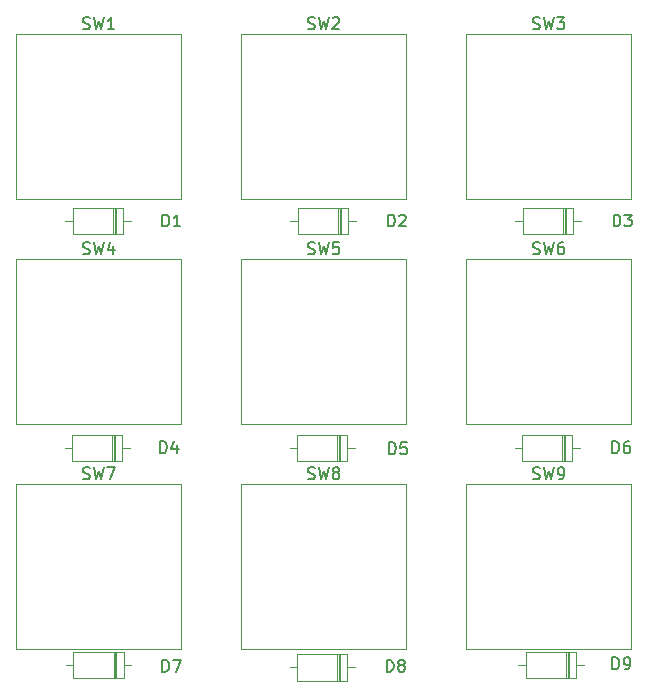
<source format=gbr>
%TF.GenerationSoftware,KiCad,Pcbnew,8.0.3*%
%TF.CreationDate,2024-08-31T16:39:55+01:00*%
%TF.ProjectId,macropad,6d616372-6f70-4616-942e-6b696361645f,rev?*%
%TF.SameCoordinates,Original*%
%TF.FileFunction,Legend,Top*%
%TF.FilePolarity,Positive*%
%FSLAX46Y46*%
G04 Gerber Fmt 4.6, Leading zero omitted, Abs format (unit mm)*
G04 Created by KiCad (PCBNEW 8.0.3) date 2024-08-31 16:39:55*
%MOMM*%
%LPD*%
G01*
G04 APERTURE LIST*
%ADD10C,0.150000*%
%ADD11C,0.120000*%
G04 APERTURE END LIST*
D10*
X65176667Y-66663200D02*
X65319524Y-66710819D01*
X65319524Y-66710819D02*
X65557619Y-66710819D01*
X65557619Y-66710819D02*
X65652857Y-66663200D01*
X65652857Y-66663200D02*
X65700476Y-66615580D01*
X65700476Y-66615580D02*
X65748095Y-66520342D01*
X65748095Y-66520342D02*
X65748095Y-66425104D01*
X65748095Y-66425104D02*
X65700476Y-66329866D01*
X65700476Y-66329866D02*
X65652857Y-66282247D01*
X65652857Y-66282247D02*
X65557619Y-66234628D01*
X65557619Y-66234628D02*
X65367143Y-66187009D01*
X65367143Y-66187009D02*
X65271905Y-66139390D01*
X65271905Y-66139390D02*
X65224286Y-66091771D01*
X65224286Y-66091771D02*
X65176667Y-65996533D01*
X65176667Y-65996533D02*
X65176667Y-65901295D01*
X65176667Y-65901295D02*
X65224286Y-65806057D01*
X65224286Y-65806057D02*
X65271905Y-65758438D01*
X65271905Y-65758438D02*
X65367143Y-65710819D01*
X65367143Y-65710819D02*
X65605238Y-65710819D01*
X65605238Y-65710819D02*
X65748095Y-65758438D01*
X66081429Y-65710819D02*
X66319524Y-66710819D01*
X66319524Y-66710819D02*
X66510000Y-65996533D01*
X66510000Y-65996533D02*
X66700476Y-66710819D01*
X66700476Y-66710819D02*
X66938572Y-65710819D01*
X67795714Y-65710819D02*
X67319524Y-65710819D01*
X67319524Y-65710819D02*
X67271905Y-66187009D01*
X67271905Y-66187009D02*
X67319524Y-66139390D01*
X67319524Y-66139390D02*
X67414762Y-66091771D01*
X67414762Y-66091771D02*
X67652857Y-66091771D01*
X67652857Y-66091771D02*
X67748095Y-66139390D01*
X67748095Y-66139390D02*
X67795714Y-66187009D01*
X67795714Y-66187009D02*
X67843333Y-66282247D01*
X67843333Y-66282247D02*
X67843333Y-66520342D01*
X67843333Y-66520342D02*
X67795714Y-66615580D01*
X67795714Y-66615580D02*
X67748095Y-66663200D01*
X67748095Y-66663200D02*
X67652857Y-66710819D01*
X67652857Y-66710819D02*
X67414762Y-66710819D01*
X67414762Y-66710819D02*
X67319524Y-66663200D01*
X67319524Y-66663200D02*
X67271905Y-66615580D01*
X91061905Y-64354819D02*
X91061905Y-63354819D01*
X91061905Y-63354819D02*
X91300000Y-63354819D01*
X91300000Y-63354819D02*
X91442857Y-63402438D01*
X91442857Y-63402438D02*
X91538095Y-63497676D01*
X91538095Y-63497676D02*
X91585714Y-63592914D01*
X91585714Y-63592914D02*
X91633333Y-63783390D01*
X91633333Y-63783390D02*
X91633333Y-63926247D01*
X91633333Y-63926247D02*
X91585714Y-64116723D01*
X91585714Y-64116723D02*
X91538095Y-64211961D01*
X91538095Y-64211961D02*
X91442857Y-64307200D01*
X91442857Y-64307200D02*
X91300000Y-64354819D01*
X91300000Y-64354819D02*
X91061905Y-64354819D01*
X91966667Y-63354819D02*
X92585714Y-63354819D01*
X92585714Y-63354819D02*
X92252381Y-63735771D01*
X92252381Y-63735771D02*
X92395238Y-63735771D01*
X92395238Y-63735771D02*
X92490476Y-63783390D01*
X92490476Y-63783390D02*
X92538095Y-63831009D01*
X92538095Y-63831009D02*
X92585714Y-63926247D01*
X92585714Y-63926247D02*
X92585714Y-64164342D01*
X92585714Y-64164342D02*
X92538095Y-64259580D01*
X92538095Y-64259580D02*
X92490476Y-64307200D01*
X92490476Y-64307200D02*
X92395238Y-64354819D01*
X92395238Y-64354819D02*
X92109524Y-64354819D01*
X92109524Y-64354819D02*
X92014286Y-64307200D01*
X92014286Y-64307200D02*
X91966667Y-64259580D01*
X65176667Y-47613200D02*
X65319524Y-47660819D01*
X65319524Y-47660819D02*
X65557619Y-47660819D01*
X65557619Y-47660819D02*
X65652857Y-47613200D01*
X65652857Y-47613200D02*
X65700476Y-47565580D01*
X65700476Y-47565580D02*
X65748095Y-47470342D01*
X65748095Y-47470342D02*
X65748095Y-47375104D01*
X65748095Y-47375104D02*
X65700476Y-47279866D01*
X65700476Y-47279866D02*
X65652857Y-47232247D01*
X65652857Y-47232247D02*
X65557619Y-47184628D01*
X65557619Y-47184628D02*
X65367143Y-47137009D01*
X65367143Y-47137009D02*
X65271905Y-47089390D01*
X65271905Y-47089390D02*
X65224286Y-47041771D01*
X65224286Y-47041771D02*
X65176667Y-46946533D01*
X65176667Y-46946533D02*
X65176667Y-46851295D01*
X65176667Y-46851295D02*
X65224286Y-46756057D01*
X65224286Y-46756057D02*
X65271905Y-46708438D01*
X65271905Y-46708438D02*
X65367143Y-46660819D01*
X65367143Y-46660819D02*
X65605238Y-46660819D01*
X65605238Y-46660819D02*
X65748095Y-46708438D01*
X66081429Y-46660819D02*
X66319524Y-47660819D01*
X66319524Y-47660819D02*
X66510000Y-46946533D01*
X66510000Y-46946533D02*
X66700476Y-47660819D01*
X66700476Y-47660819D02*
X66938572Y-46660819D01*
X67271905Y-46756057D02*
X67319524Y-46708438D01*
X67319524Y-46708438D02*
X67414762Y-46660819D01*
X67414762Y-46660819D02*
X67652857Y-46660819D01*
X67652857Y-46660819D02*
X67748095Y-46708438D01*
X67748095Y-46708438D02*
X67795714Y-46756057D01*
X67795714Y-46756057D02*
X67843333Y-46851295D01*
X67843333Y-46851295D02*
X67843333Y-46946533D01*
X67843333Y-46946533D02*
X67795714Y-47089390D01*
X67795714Y-47089390D02*
X67224286Y-47660819D01*
X67224286Y-47660819D02*
X67843333Y-47660819D01*
X52661905Y-83554819D02*
X52661905Y-82554819D01*
X52661905Y-82554819D02*
X52900000Y-82554819D01*
X52900000Y-82554819D02*
X53042857Y-82602438D01*
X53042857Y-82602438D02*
X53138095Y-82697676D01*
X53138095Y-82697676D02*
X53185714Y-82792914D01*
X53185714Y-82792914D02*
X53233333Y-82983390D01*
X53233333Y-82983390D02*
X53233333Y-83126247D01*
X53233333Y-83126247D02*
X53185714Y-83316723D01*
X53185714Y-83316723D02*
X53138095Y-83411961D01*
X53138095Y-83411961D02*
X53042857Y-83507200D01*
X53042857Y-83507200D02*
X52900000Y-83554819D01*
X52900000Y-83554819D02*
X52661905Y-83554819D01*
X54090476Y-82888152D02*
X54090476Y-83554819D01*
X53852381Y-82507200D02*
X53614286Y-83221485D01*
X53614286Y-83221485D02*
X54233333Y-83221485D01*
X84226667Y-66663200D02*
X84369524Y-66710819D01*
X84369524Y-66710819D02*
X84607619Y-66710819D01*
X84607619Y-66710819D02*
X84702857Y-66663200D01*
X84702857Y-66663200D02*
X84750476Y-66615580D01*
X84750476Y-66615580D02*
X84798095Y-66520342D01*
X84798095Y-66520342D02*
X84798095Y-66425104D01*
X84798095Y-66425104D02*
X84750476Y-66329866D01*
X84750476Y-66329866D02*
X84702857Y-66282247D01*
X84702857Y-66282247D02*
X84607619Y-66234628D01*
X84607619Y-66234628D02*
X84417143Y-66187009D01*
X84417143Y-66187009D02*
X84321905Y-66139390D01*
X84321905Y-66139390D02*
X84274286Y-66091771D01*
X84274286Y-66091771D02*
X84226667Y-65996533D01*
X84226667Y-65996533D02*
X84226667Y-65901295D01*
X84226667Y-65901295D02*
X84274286Y-65806057D01*
X84274286Y-65806057D02*
X84321905Y-65758438D01*
X84321905Y-65758438D02*
X84417143Y-65710819D01*
X84417143Y-65710819D02*
X84655238Y-65710819D01*
X84655238Y-65710819D02*
X84798095Y-65758438D01*
X85131429Y-65710819D02*
X85369524Y-66710819D01*
X85369524Y-66710819D02*
X85560000Y-65996533D01*
X85560000Y-65996533D02*
X85750476Y-66710819D01*
X85750476Y-66710819D02*
X85988572Y-65710819D01*
X86798095Y-65710819D02*
X86607619Y-65710819D01*
X86607619Y-65710819D02*
X86512381Y-65758438D01*
X86512381Y-65758438D02*
X86464762Y-65806057D01*
X86464762Y-65806057D02*
X86369524Y-65948914D01*
X86369524Y-65948914D02*
X86321905Y-66139390D01*
X86321905Y-66139390D02*
X86321905Y-66520342D01*
X86321905Y-66520342D02*
X86369524Y-66615580D01*
X86369524Y-66615580D02*
X86417143Y-66663200D01*
X86417143Y-66663200D02*
X86512381Y-66710819D01*
X86512381Y-66710819D02*
X86702857Y-66710819D01*
X86702857Y-66710819D02*
X86798095Y-66663200D01*
X86798095Y-66663200D02*
X86845714Y-66615580D01*
X86845714Y-66615580D02*
X86893333Y-66520342D01*
X86893333Y-66520342D02*
X86893333Y-66282247D01*
X86893333Y-66282247D02*
X86845714Y-66187009D01*
X86845714Y-66187009D02*
X86798095Y-66139390D01*
X86798095Y-66139390D02*
X86702857Y-66091771D01*
X86702857Y-66091771D02*
X86512381Y-66091771D01*
X86512381Y-66091771D02*
X86417143Y-66139390D01*
X86417143Y-66139390D02*
X86369524Y-66187009D01*
X86369524Y-66187009D02*
X86321905Y-66282247D01*
X65176667Y-85713200D02*
X65319524Y-85760819D01*
X65319524Y-85760819D02*
X65557619Y-85760819D01*
X65557619Y-85760819D02*
X65652857Y-85713200D01*
X65652857Y-85713200D02*
X65700476Y-85665580D01*
X65700476Y-85665580D02*
X65748095Y-85570342D01*
X65748095Y-85570342D02*
X65748095Y-85475104D01*
X65748095Y-85475104D02*
X65700476Y-85379866D01*
X65700476Y-85379866D02*
X65652857Y-85332247D01*
X65652857Y-85332247D02*
X65557619Y-85284628D01*
X65557619Y-85284628D02*
X65367143Y-85237009D01*
X65367143Y-85237009D02*
X65271905Y-85189390D01*
X65271905Y-85189390D02*
X65224286Y-85141771D01*
X65224286Y-85141771D02*
X65176667Y-85046533D01*
X65176667Y-85046533D02*
X65176667Y-84951295D01*
X65176667Y-84951295D02*
X65224286Y-84856057D01*
X65224286Y-84856057D02*
X65271905Y-84808438D01*
X65271905Y-84808438D02*
X65367143Y-84760819D01*
X65367143Y-84760819D02*
X65605238Y-84760819D01*
X65605238Y-84760819D02*
X65748095Y-84808438D01*
X66081429Y-84760819D02*
X66319524Y-85760819D01*
X66319524Y-85760819D02*
X66510000Y-85046533D01*
X66510000Y-85046533D02*
X66700476Y-85760819D01*
X66700476Y-85760819D02*
X66938572Y-84760819D01*
X67462381Y-85189390D02*
X67367143Y-85141771D01*
X67367143Y-85141771D02*
X67319524Y-85094152D01*
X67319524Y-85094152D02*
X67271905Y-84998914D01*
X67271905Y-84998914D02*
X67271905Y-84951295D01*
X67271905Y-84951295D02*
X67319524Y-84856057D01*
X67319524Y-84856057D02*
X67367143Y-84808438D01*
X67367143Y-84808438D02*
X67462381Y-84760819D01*
X67462381Y-84760819D02*
X67652857Y-84760819D01*
X67652857Y-84760819D02*
X67748095Y-84808438D01*
X67748095Y-84808438D02*
X67795714Y-84856057D01*
X67795714Y-84856057D02*
X67843333Y-84951295D01*
X67843333Y-84951295D02*
X67843333Y-84998914D01*
X67843333Y-84998914D02*
X67795714Y-85094152D01*
X67795714Y-85094152D02*
X67748095Y-85141771D01*
X67748095Y-85141771D02*
X67652857Y-85189390D01*
X67652857Y-85189390D02*
X67462381Y-85189390D01*
X67462381Y-85189390D02*
X67367143Y-85237009D01*
X67367143Y-85237009D02*
X67319524Y-85284628D01*
X67319524Y-85284628D02*
X67271905Y-85379866D01*
X67271905Y-85379866D02*
X67271905Y-85570342D01*
X67271905Y-85570342D02*
X67319524Y-85665580D01*
X67319524Y-85665580D02*
X67367143Y-85713200D01*
X67367143Y-85713200D02*
X67462381Y-85760819D01*
X67462381Y-85760819D02*
X67652857Y-85760819D01*
X67652857Y-85760819D02*
X67748095Y-85713200D01*
X67748095Y-85713200D02*
X67795714Y-85665580D01*
X67795714Y-85665580D02*
X67843333Y-85570342D01*
X67843333Y-85570342D02*
X67843333Y-85379866D01*
X67843333Y-85379866D02*
X67795714Y-85284628D01*
X67795714Y-85284628D02*
X67748095Y-85237009D01*
X67748095Y-85237009D02*
X67652857Y-85189390D01*
X84226667Y-85713200D02*
X84369524Y-85760819D01*
X84369524Y-85760819D02*
X84607619Y-85760819D01*
X84607619Y-85760819D02*
X84702857Y-85713200D01*
X84702857Y-85713200D02*
X84750476Y-85665580D01*
X84750476Y-85665580D02*
X84798095Y-85570342D01*
X84798095Y-85570342D02*
X84798095Y-85475104D01*
X84798095Y-85475104D02*
X84750476Y-85379866D01*
X84750476Y-85379866D02*
X84702857Y-85332247D01*
X84702857Y-85332247D02*
X84607619Y-85284628D01*
X84607619Y-85284628D02*
X84417143Y-85237009D01*
X84417143Y-85237009D02*
X84321905Y-85189390D01*
X84321905Y-85189390D02*
X84274286Y-85141771D01*
X84274286Y-85141771D02*
X84226667Y-85046533D01*
X84226667Y-85046533D02*
X84226667Y-84951295D01*
X84226667Y-84951295D02*
X84274286Y-84856057D01*
X84274286Y-84856057D02*
X84321905Y-84808438D01*
X84321905Y-84808438D02*
X84417143Y-84760819D01*
X84417143Y-84760819D02*
X84655238Y-84760819D01*
X84655238Y-84760819D02*
X84798095Y-84808438D01*
X85131429Y-84760819D02*
X85369524Y-85760819D01*
X85369524Y-85760819D02*
X85560000Y-85046533D01*
X85560000Y-85046533D02*
X85750476Y-85760819D01*
X85750476Y-85760819D02*
X85988572Y-84760819D01*
X86417143Y-85760819D02*
X86607619Y-85760819D01*
X86607619Y-85760819D02*
X86702857Y-85713200D01*
X86702857Y-85713200D02*
X86750476Y-85665580D01*
X86750476Y-85665580D02*
X86845714Y-85522723D01*
X86845714Y-85522723D02*
X86893333Y-85332247D01*
X86893333Y-85332247D02*
X86893333Y-84951295D01*
X86893333Y-84951295D02*
X86845714Y-84856057D01*
X86845714Y-84856057D02*
X86798095Y-84808438D01*
X86798095Y-84808438D02*
X86702857Y-84760819D01*
X86702857Y-84760819D02*
X86512381Y-84760819D01*
X86512381Y-84760819D02*
X86417143Y-84808438D01*
X86417143Y-84808438D02*
X86369524Y-84856057D01*
X86369524Y-84856057D02*
X86321905Y-84951295D01*
X86321905Y-84951295D02*
X86321905Y-85189390D01*
X86321905Y-85189390D02*
X86369524Y-85284628D01*
X86369524Y-85284628D02*
X86417143Y-85332247D01*
X86417143Y-85332247D02*
X86512381Y-85379866D01*
X86512381Y-85379866D02*
X86702857Y-85379866D01*
X86702857Y-85379866D02*
X86798095Y-85332247D01*
X86798095Y-85332247D02*
X86845714Y-85284628D01*
X86845714Y-85284628D02*
X86893333Y-85189390D01*
X46126667Y-85713200D02*
X46269524Y-85760819D01*
X46269524Y-85760819D02*
X46507619Y-85760819D01*
X46507619Y-85760819D02*
X46602857Y-85713200D01*
X46602857Y-85713200D02*
X46650476Y-85665580D01*
X46650476Y-85665580D02*
X46698095Y-85570342D01*
X46698095Y-85570342D02*
X46698095Y-85475104D01*
X46698095Y-85475104D02*
X46650476Y-85379866D01*
X46650476Y-85379866D02*
X46602857Y-85332247D01*
X46602857Y-85332247D02*
X46507619Y-85284628D01*
X46507619Y-85284628D02*
X46317143Y-85237009D01*
X46317143Y-85237009D02*
X46221905Y-85189390D01*
X46221905Y-85189390D02*
X46174286Y-85141771D01*
X46174286Y-85141771D02*
X46126667Y-85046533D01*
X46126667Y-85046533D02*
X46126667Y-84951295D01*
X46126667Y-84951295D02*
X46174286Y-84856057D01*
X46174286Y-84856057D02*
X46221905Y-84808438D01*
X46221905Y-84808438D02*
X46317143Y-84760819D01*
X46317143Y-84760819D02*
X46555238Y-84760819D01*
X46555238Y-84760819D02*
X46698095Y-84808438D01*
X47031429Y-84760819D02*
X47269524Y-85760819D01*
X47269524Y-85760819D02*
X47460000Y-85046533D01*
X47460000Y-85046533D02*
X47650476Y-85760819D01*
X47650476Y-85760819D02*
X47888572Y-84760819D01*
X48174286Y-84760819D02*
X48840952Y-84760819D01*
X48840952Y-84760819D02*
X48412381Y-85760819D01*
X52861905Y-102054819D02*
X52861905Y-101054819D01*
X52861905Y-101054819D02*
X53100000Y-101054819D01*
X53100000Y-101054819D02*
X53242857Y-101102438D01*
X53242857Y-101102438D02*
X53338095Y-101197676D01*
X53338095Y-101197676D02*
X53385714Y-101292914D01*
X53385714Y-101292914D02*
X53433333Y-101483390D01*
X53433333Y-101483390D02*
X53433333Y-101626247D01*
X53433333Y-101626247D02*
X53385714Y-101816723D01*
X53385714Y-101816723D02*
X53338095Y-101911961D01*
X53338095Y-101911961D02*
X53242857Y-102007200D01*
X53242857Y-102007200D02*
X53100000Y-102054819D01*
X53100000Y-102054819D02*
X52861905Y-102054819D01*
X53766667Y-101054819D02*
X54433333Y-101054819D01*
X54433333Y-101054819D02*
X54004762Y-102054819D01*
X90961905Y-83554819D02*
X90961905Y-82554819D01*
X90961905Y-82554819D02*
X91200000Y-82554819D01*
X91200000Y-82554819D02*
X91342857Y-82602438D01*
X91342857Y-82602438D02*
X91438095Y-82697676D01*
X91438095Y-82697676D02*
X91485714Y-82792914D01*
X91485714Y-82792914D02*
X91533333Y-82983390D01*
X91533333Y-82983390D02*
X91533333Y-83126247D01*
X91533333Y-83126247D02*
X91485714Y-83316723D01*
X91485714Y-83316723D02*
X91438095Y-83411961D01*
X91438095Y-83411961D02*
X91342857Y-83507200D01*
X91342857Y-83507200D02*
X91200000Y-83554819D01*
X91200000Y-83554819D02*
X90961905Y-83554819D01*
X92390476Y-82554819D02*
X92200000Y-82554819D01*
X92200000Y-82554819D02*
X92104762Y-82602438D01*
X92104762Y-82602438D02*
X92057143Y-82650057D01*
X92057143Y-82650057D02*
X91961905Y-82792914D01*
X91961905Y-82792914D02*
X91914286Y-82983390D01*
X91914286Y-82983390D02*
X91914286Y-83364342D01*
X91914286Y-83364342D02*
X91961905Y-83459580D01*
X91961905Y-83459580D02*
X92009524Y-83507200D01*
X92009524Y-83507200D02*
X92104762Y-83554819D01*
X92104762Y-83554819D02*
X92295238Y-83554819D01*
X92295238Y-83554819D02*
X92390476Y-83507200D01*
X92390476Y-83507200D02*
X92438095Y-83459580D01*
X92438095Y-83459580D02*
X92485714Y-83364342D01*
X92485714Y-83364342D02*
X92485714Y-83126247D01*
X92485714Y-83126247D02*
X92438095Y-83031009D01*
X92438095Y-83031009D02*
X92390476Y-82983390D01*
X92390476Y-82983390D02*
X92295238Y-82935771D01*
X92295238Y-82935771D02*
X92104762Y-82935771D01*
X92104762Y-82935771D02*
X92009524Y-82983390D01*
X92009524Y-82983390D02*
X91961905Y-83031009D01*
X91961905Y-83031009D02*
X91914286Y-83126247D01*
X71961905Y-64354819D02*
X71961905Y-63354819D01*
X71961905Y-63354819D02*
X72200000Y-63354819D01*
X72200000Y-63354819D02*
X72342857Y-63402438D01*
X72342857Y-63402438D02*
X72438095Y-63497676D01*
X72438095Y-63497676D02*
X72485714Y-63592914D01*
X72485714Y-63592914D02*
X72533333Y-63783390D01*
X72533333Y-63783390D02*
X72533333Y-63926247D01*
X72533333Y-63926247D02*
X72485714Y-64116723D01*
X72485714Y-64116723D02*
X72438095Y-64211961D01*
X72438095Y-64211961D02*
X72342857Y-64307200D01*
X72342857Y-64307200D02*
X72200000Y-64354819D01*
X72200000Y-64354819D02*
X71961905Y-64354819D01*
X72914286Y-63450057D02*
X72961905Y-63402438D01*
X72961905Y-63402438D02*
X73057143Y-63354819D01*
X73057143Y-63354819D02*
X73295238Y-63354819D01*
X73295238Y-63354819D02*
X73390476Y-63402438D01*
X73390476Y-63402438D02*
X73438095Y-63450057D01*
X73438095Y-63450057D02*
X73485714Y-63545295D01*
X73485714Y-63545295D02*
X73485714Y-63640533D01*
X73485714Y-63640533D02*
X73438095Y-63783390D01*
X73438095Y-63783390D02*
X72866667Y-64354819D01*
X72866667Y-64354819D02*
X73485714Y-64354819D01*
X90961905Y-101854819D02*
X90961905Y-100854819D01*
X90961905Y-100854819D02*
X91200000Y-100854819D01*
X91200000Y-100854819D02*
X91342857Y-100902438D01*
X91342857Y-100902438D02*
X91438095Y-100997676D01*
X91438095Y-100997676D02*
X91485714Y-101092914D01*
X91485714Y-101092914D02*
X91533333Y-101283390D01*
X91533333Y-101283390D02*
X91533333Y-101426247D01*
X91533333Y-101426247D02*
X91485714Y-101616723D01*
X91485714Y-101616723D02*
X91438095Y-101711961D01*
X91438095Y-101711961D02*
X91342857Y-101807200D01*
X91342857Y-101807200D02*
X91200000Y-101854819D01*
X91200000Y-101854819D02*
X90961905Y-101854819D01*
X92009524Y-101854819D02*
X92200000Y-101854819D01*
X92200000Y-101854819D02*
X92295238Y-101807200D01*
X92295238Y-101807200D02*
X92342857Y-101759580D01*
X92342857Y-101759580D02*
X92438095Y-101616723D01*
X92438095Y-101616723D02*
X92485714Y-101426247D01*
X92485714Y-101426247D02*
X92485714Y-101045295D01*
X92485714Y-101045295D02*
X92438095Y-100950057D01*
X92438095Y-100950057D02*
X92390476Y-100902438D01*
X92390476Y-100902438D02*
X92295238Y-100854819D01*
X92295238Y-100854819D02*
X92104762Y-100854819D01*
X92104762Y-100854819D02*
X92009524Y-100902438D01*
X92009524Y-100902438D02*
X91961905Y-100950057D01*
X91961905Y-100950057D02*
X91914286Y-101045295D01*
X91914286Y-101045295D02*
X91914286Y-101283390D01*
X91914286Y-101283390D02*
X91961905Y-101378628D01*
X91961905Y-101378628D02*
X92009524Y-101426247D01*
X92009524Y-101426247D02*
X92104762Y-101473866D01*
X92104762Y-101473866D02*
X92295238Y-101473866D01*
X92295238Y-101473866D02*
X92390476Y-101426247D01*
X92390476Y-101426247D02*
X92438095Y-101378628D01*
X92438095Y-101378628D02*
X92485714Y-101283390D01*
X46126667Y-47613200D02*
X46269524Y-47660819D01*
X46269524Y-47660819D02*
X46507619Y-47660819D01*
X46507619Y-47660819D02*
X46602857Y-47613200D01*
X46602857Y-47613200D02*
X46650476Y-47565580D01*
X46650476Y-47565580D02*
X46698095Y-47470342D01*
X46698095Y-47470342D02*
X46698095Y-47375104D01*
X46698095Y-47375104D02*
X46650476Y-47279866D01*
X46650476Y-47279866D02*
X46602857Y-47232247D01*
X46602857Y-47232247D02*
X46507619Y-47184628D01*
X46507619Y-47184628D02*
X46317143Y-47137009D01*
X46317143Y-47137009D02*
X46221905Y-47089390D01*
X46221905Y-47089390D02*
X46174286Y-47041771D01*
X46174286Y-47041771D02*
X46126667Y-46946533D01*
X46126667Y-46946533D02*
X46126667Y-46851295D01*
X46126667Y-46851295D02*
X46174286Y-46756057D01*
X46174286Y-46756057D02*
X46221905Y-46708438D01*
X46221905Y-46708438D02*
X46317143Y-46660819D01*
X46317143Y-46660819D02*
X46555238Y-46660819D01*
X46555238Y-46660819D02*
X46698095Y-46708438D01*
X47031429Y-46660819D02*
X47269524Y-47660819D01*
X47269524Y-47660819D02*
X47460000Y-46946533D01*
X47460000Y-46946533D02*
X47650476Y-47660819D01*
X47650476Y-47660819D02*
X47888572Y-46660819D01*
X48793333Y-47660819D02*
X48221905Y-47660819D01*
X48507619Y-47660819D02*
X48507619Y-46660819D01*
X48507619Y-46660819D02*
X48412381Y-46803676D01*
X48412381Y-46803676D02*
X48317143Y-46898914D01*
X48317143Y-46898914D02*
X48221905Y-46946533D01*
X46126667Y-66663200D02*
X46269524Y-66710819D01*
X46269524Y-66710819D02*
X46507619Y-66710819D01*
X46507619Y-66710819D02*
X46602857Y-66663200D01*
X46602857Y-66663200D02*
X46650476Y-66615580D01*
X46650476Y-66615580D02*
X46698095Y-66520342D01*
X46698095Y-66520342D02*
X46698095Y-66425104D01*
X46698095Y-66425104D02*
X46650476Y-66329866D01*
X46650476Y-66329866D02*
X46602857Y-66282247D01*
X46602857Y-66282247D02*
X46507619Y-66234628D01*
X46507619Y-66234628D02*
X46317143Y-66187009D01*
X46317143Y-66187009D02*
X46221905Y-66139390D01*
X46221905Y-66139390D02*
X46174286Y-66091771D01*
X46174286Y-66091771D02*
X46126667Y-65996533D01*
X46126667Y-65996533D02*
X46126667Y-65901295D01*
X46126667Y-65901295D02*
X46174286Y-65806057D01*
X46174286Y-65806057D02*
X46221905Y-65758438D01*
X46221905Y-65758438D02*
X46317143Y-65710819D01*
X46317143Y-65710819D02*
X46555238Y-65710819D01*
X46555238Y-65710819D02*
X46698095Y-65758438D01*
X47031429Y-65710819D02*
X47269524Y-66710819D01*
X47269524Y-66710819D02*
X47460000Y-65996533D01*
X47460000Y-65996533D02*
X47650476Y-66710819D01*
X47650476Y-66710819D02*
X47888572Y-65710819D01*
X48698095Y-66044152D02*
X48698095Y-66710819D01*
X48460000Y-65663200D02*
X48221905Y-66377485D01*
X48221905Y-66377485D02*
X48840952Y-66377485D01*
X72061905Y-83654819D02*
X72061905Y-82654819D01*
X72061905Y-82654819D02*
X72300000Y-82654819D01*
X72300000Y-82654819D02*
X72442857Y-82702438D01*
X72442857Y-82702438D02*
X72538095Y-82797676D01*
X72538095Y-82797676D02*
X72585714Y-82892914D01*
X72585714Y-82892914D02*
X72633333Y-83083390D01*
X72633333Y-83083390D02*
X72633333Y-83226247D01*
X72633333Y-83226247D02*
X72585714Y-83416723D01*
X72585714Y-83416723D02*
X72538095Y-83511961D01*
X72538095Y-83511961D02*
X72442857Y-83607200D01*
X72442857Y-83607200D02*
X72300000Y-83654819D01*
X72300000Y-83654819D02*
X72061905Y-83654819D01*
X73538095Y-82654819D02*
X73061905Y-82654819D01*
X73061905Y-82654819D02*
X73014286Y-83131009D01*
X73014286Y-83131009D02*
X73061905Y-83083390D01*
X73061905Y-83083390D02*
X73157143Y-83035771D01*
X73157143Y-83035771D02*
X73395238Y-83035771D01*
X73395238Y-83035771D02*
X73490476Y-83083390D01*
X73490476Y-83083390D02*
X73538095Y-83131009D01*
X73538095Y-83131009D02*
X73585714Y-83226247D01*
X73585714Y-83226247D02*
X73585714Y-83464342D01*
X73585714Y-83464342D02*
X73538095Y-83559580D01*
X73538095Y-83559580D02*
X73490476Y-83607200D01*
X73490476Y-83607200D02*
X73395238Y-83654819D01*
X73395238Y-83654819D02*
X73157143Y-83654819D01*
X73157143Y-83654819D02*
X73061905Y-83607200D01*
X73061905Y-83607200D02*
X73014286Y-83559580D01*
X71861905Y-102054819D02*
X71861905Y-101054819D01*
X71861905Y-101054819D02*
X72100000Y-101054819D01*
X72100000Y-101054819D02*
X72242857Y-101102438D01*
X72242857Y-101102438D02*
X72338095Y-101197676D01*
X72338095Y-101197676D02*
X72385714Y-101292914D01*
X72385714Y-101292914D02*
X72433333Y-101483390D01*
X72433333Y-101483390D02*
X72433333Y-101626247D01*
X72433333Y-101626247D02*
X72385714Y-101816723D01*
X72385714Y-101816723D02*
X72338095Y-101911961D01*
X72338095Y-101911961D02*
X72242857Y-102007200D01*
X72242857Y-102007200D02*
X72100000Y-102054819D01*
X72100000Y-102054819D02*
X71861905Y-102054819D01*
X73004762Y-101483390D02*
X72909524Y-101435771D01*
X72909524Y-101435771D02*
X72861905Y-101388152D01*
X72861905Y-101388152D02*
X72814286Y-101292914D01*
X72814286Y-101292914D02*
X72814286Y-101245295D01*
X72814286Y-101245295D02*
X72861905Y-101150057D01*
X72861905Y-101150057D02*
X72909524Y-101102438D01*
X72909524Y-101102438D02*
X73004762Y-101054819D01*
X73004762Y-101054819D02*
X73195238Y-101054819D01*
X73195238Y-101054819D02*
X73290476Y-101102438D01*
X73290476Y-101102438D02*
X73338095Y-101150057D01*
X73338095Y-101150057D02*
X73385714Y-101245295D01*
X73385714Y-101245295D02*
X73385714Y-101292914D01*
X73385714Y-101292914D02*
X73338095Y-101388152D01*
X73338095Y-101388152D02*
X73290476Y-101435771D01*
X73290476Y-101435771D02*
X73195238Y-101483390D01*
X73195238Y-101483390D02*
X73004762Y-101483390D01*
X73004762Y-101483390D02*
X72909524Y-101531009D01*
X72909524Y-101531009D02*
X72861905Y-101578628D01*
X72861905Y-101578628D02*
X72814286Y-101673866D01*
X72814286Y-101673866D02*
X72814286Y-101864342D01*
X72814286Y-101864342D02*
X72861905Y-101959580D01*
X72861905Y-101959580D02*
X72909524Y-102007200D01*
X72909524Y-102007200D02*
X73004762Y-102054819D01*
X73004762Y-102054819D02*
X73195238Y-102054819D01*
X73195238Y-102054819D02*
X73290476Y-102007200D01*
X73290476Y-102007200D02*
X73338095Y-101959580D01*
X73338095Y-101959580D02*
X73385714Y-101864342D01*
X73385714Y-101864342D02*
X73385714Y-101673866D01*
X73385714Y-101673866D02*
X73338095Y-101578628D01*
X73338095Y-101578628D02*
X73290476Y-101531009D01*
X73290476Y-101531009D02*
X73195238Y-101483390D01*
X84226667Y-47613200D02*
X84369524Y-47660819D01*
X84369524Y-47660819D02*
X84607619Y-47660819D01*
X84607619Y-47660819D02*
X84702857Y-47613200D01*
X84702857Y-47613200D02*
X84750476Y-47565580D01*
X84750476Y-47565580D02*
X84798095Y-47470342D01*
X84798095Y-47470342D02*
X84798095Y-47375104D01*
X84798095Y-47375104D02*
X84750476Y-47279866D01*
X84750476Y-47279866D02*
X84702857Y-47232247D01*
X84702857Y-47232247D02*
X84607619Y-47184628D01*
X84607619Y-47184628D02*
X84417143Y-47137009D01*
X84417143Y-47137009D02*
X84321905Y-47089390D01*
X84321905Y-47089390D02*
X84274286Y-47041771D01*
X84274286Y-47041771D02*
X84226667Y-46946533D01*
X84226667Y-46946533D02*
X84226667Y-46851295D01*
X84226667Y-46851295D02*
X84274286Y-46756057D01*
X84274286Y-46756057D02*
X84321905Y-46708438D01*
X84321905Y-46708438D02*
X84417143Y-46660819D01*
X84417143Y-46660819D02*
X84655238Y-46660819D01*
X84655238Y-46660819D02*
X84798095Y-46708438D01*
X85131429Y-46660819D02*
X85369524Y-47660819D01*
X85369524Y-47660819D02*
X85560000Y-46946533D01*
X85560000Y-46946533D02*
X85750476Y-47660819D01*
X85750476Y-47660819D02*
X85988572Y-46660819D01*
X86274286Y-46660819D02*
X86893333Y-46660819D01*
X86893333Y-46660819D02*
X86560000Y-47041771D01*
X86560000Y-47041771D02*
X86702857Y-47041771D01*
X86702857Y-47041771D02*
X86798095Y-47089390D01*
X86798095Y-47089390D02*
X86845714Y-47137009D01*
X86845714Y-47137009D02*
X86893333Y-47232247D01*
X86893333Y-47232247D02*
X86893333Y-47470342D01*
X86893333Y-47470342D02*
X86845714Y-47565580D01*
X86845714Y-47565580D02*
X86798095Y-47613200D01*
X86798095Y-47613200D02*
X86702857Y-47660819D01*
X86702857Y-47660819D02*
X86417143Y-47660819D01*
X86417143Y-47660819D02*
X86321905Y-47613200D01*
X86321905Y-47613200D02*
X86274286Y-47565580D01*
X52861905Y-64354819D02*
X52861905Y-63354819D01*
X52861905Y-63354819D02*
X53100000Y-63354819D01*
X53100000Y-63354819D02*
X53242857Y-63402438D01*
X53242857Y-63402438D02*
X53338095Y-63497676D01*
X53338095Y-63497676D02*
X53385714Y-63592914D01*
X53385714Y-63592914D02*
X53433333Y-63783390D01*
X53433333Y-63783390D02*
X53433333Y-63926247D01*
X53433333Y-63926247D02*
X53385714Y-64116723D01*
X53385714Y-64116723D02*
X53338095Y-64211961D01*
X53338095Y-64211961D02*
X53242857Y-64307200D01*
X53242857Y-64307200D02*
X53100000Y-64354819D01*
X53100000Y-64354819D02*
X52861905Y-64354819D01*
X54385714Y-64354819D02*
X53814286Y-64354819D01*
X54100000Y-64354819D02*
X54100000Y-63354819D01*
X54100000Y-63354819D02*
X54004762Y-63497676D01*
X54004762Y-63497676D02*
X53909524Y-63592914D01*
X53909524Y-63592914D02*
X53814286Y-63640533D01*
D11*
%TO.C,SW5*%
X59525000Y-67145000D02*
X73495000Y-67145000D01*
X59525000Y-81115000D02*
X59525000Y-67145000D01*
X73495000Y-67145000D02*
X73495000Y-81115000D01*
X73495000Y-81115000D02*
X59525000Y-81115000D01*
%TO.C,D3*%
X82740000Y-63900000D02*
X83390000Y-63900000D01*
X83390000Y-62780000D02*
X83390000Y-65020000D01*
X83390000Y-65020000D02*
X87630000Y-65020000D01*
X86790000Y-65020000D02*
X86790000Y-62780000D01*
X86910000Y-65020000D02*
X86910000Y-62780000D01*
X87030000Y-65020000D02*
X87030000Y-62780000D01*
X87630000Y-62780000D02*
X83390000Y-62780000D01*
X87630000Y-65020000D02*
X87630000Y-62780000D01*
X88280000Y-63900000D02*
X87630000Y-63900000D01*
%TO.C,SW2*%
X59525000Y-48095000D02*
X73495000Y-48095000D01*
X59525000Y-62065000D02*
X59525000Y-48095000D01*
X73495000Y-48095000D02*
X73495000Y-62065000D01*
X73495000Y-62065000D02*
X59525000Y-62065000D01*
%TO.C,D4*%
X44580000Y-83100000D02*
X45230000Y-83100000D01*
X45230000Y-81980000D02*
X45230000Y-84220000D01*
X45230000Y-84220000D02*
X49470000Y-84220000D01*
X48630000Y-84220000D02*
X48630000Y-81980000D01*
X48750000Y-84220000D02*
X48750000Y-81980000D01*
X48870000Y-84220000D02*
X48870000Y-81980000D01*
X49470000Y-81980000D02*
X45230000Y-81980000D01*
X49470000Y-84220000D02*
X49470000Y-81980000D01*
X50120000Y-83100000D02*
X49470000Y-83100000D01*
%TO.C,SW6*%
X78575000Y-67145000D02*
X92545000Y-67145000D01*
X78575000Y-81115000D02*
X78575000Y-67145000D01*
X92545000Y-67145000D02*
X92545000Y-81115000D01*
X92545000Y-81115000D02*
X78575000Y-81115000D01*
%TO.C,SW8*%
X59525000Y-86195000D02*
X73495000Y-86195000D01*
X59525000Y-100165000D02*
X59525000Y-86195000D01*
X73495000Y-86195000D02*
X73495000Y-100165000D01*
X73495000Y-100165000D02*
X59525000Y-100165000D01*
%TO.C,SW9*%
X78575000Y-86195000D02*
X92545000Y-86195000D01*
X78575000Y-100165000D02*
X78575000Y-86195000D01*
X92545000Y-86195000D02*
X92545000Y-100165000D01*
X92545000Y-100165000D02*
X78575000Y-100165000D01*
%TO.C,SW7*%
X40475000Y-86195000D02*
X54445000Y-86195000D01*
X40475000Y-100165000D02*
X40475000Y-86195000D01*
X54445000Y-86195000D02*
X54445000Y-100165000D01*
X54445000Y-100165000D02*
X40475000Y-100165000D01*
%TO.C,D7*%
X44680000Y-101500000D02*
X45330000Y-101500000D01*
X45330000Y-100380000D02*
X45330000Y-102620000D01*
X45330000Y-102620000D02*
X49570000Y-102620000D01*
X48730000Y-102620000D02*
X48730000Y-100380000D01*
X48850000Y-102620000D02*
X48850000Y-100380000D01*
X48970000Y-102620000D02*
X48970000Y-100380000D01*
X49570000Y-100380000D02*
X45330000Y-100380000D01*
X49570000Y-102620000D02*
X49570000Y-100380000D01*
X50220000Y-101500000D02*
X49570000Y-101500000D01*
%TO.C,D6*%
X82680000Y-83100000D02*
X83330000Y-83100000D01*
X83330000Y-81980000D02*
X83330000Y-84220000D01*
X83330000Y-84220000D02*
X87570000Y-84220000D01*
X86730000Y-84220000D02*
X86730000Y-81980000D01*
X86850000Y-84220000D02*
X86850000Y-81980000D01*
X86970000Y-84220000D02*
X86970000Y-81980000D01*
X87570000Y-81980000D02*
X83330000Y-81980000D01*
X87570000Y-84220000D02*
X87570000Y-81980000D01*
X88220000Y-83100000D02*
X87570000Y-83100000D01*
%TO.C,D2*%
X63690000Y-63900000D02*
X64340000Y-63900000D01*
X64340000Y-62780000D02*
X64340000Y-65020000D01*
X64340000Y-65020000D02*
X68580000Y-65020000D01*
X67740000Y-65020000D02*
X67740000Y-62780000D01*
X67860000Y-65020000D02*
X67860000Y-62780000D01*
X67980000Y-65020000D02*
X67980000Y-62780000D01*
X68580000Y-62780000D02*
X64340000Y-62780000D01*
X68580000Y-65020000D02*
X68580000Y-62780000D01*
X69230000Y-63900000D02*
X68580000Y-63900000D01*
%TO.C,D9*%
X82990000Y-101500000D02*
X83640000Y-101500000D01*
X83640000Y-100380000D02*
X83640000Y-102620000D01*
X83640000Y-102620000D02*
X87880000Y-102620000D01*
X87040000Y-102620000D02*
X87040000Y-100380000D01*
X87160000Y-102620000D02*
X87160000Y-100380000D01*
X87280000Y-102620000D02*
X87280000Y-100380000D01*
X87880000Y-100380000D02*
X83640000Y-100380000D01*
X87880000Y-102620000D02*
X87880000Y-100380000D01*
X88530000Y-101500000D02*
X87880000Y-101500000D01*
%TO.C,SW1*%
X40475000Y-48095000D02*
X54445000Y-48095000D01*
X40475000Y-62065000D02*
X40475000Y-48095000D01*
X54445000Y-48095000D02*
X54445000Y-62065000D01*
X54445000Y-62065000D02*
X40475000Y-62065000D01*
%TO.C,SW4*%
X40475000Y-67145000D02*
X54445000Y-67145000D01*
X40475000Y-81115000D02*
X40475000Y-67145000D01*
X54445000Y-67145000D02*
X54445000Y-81115000D01*
X54445000Y-81115000D02*
X40475000Y-81115000D01*
%TO.C,D5*%
X63630000Y-83100000D02*
X64280000Y-83100000D01*
X64280000Y-81980000D02*
X64280000Y-84220000D01*
X64280000Y-84220000D02*
X68520000Y-84220000D01*
X67680000Y-84220000D02*
X67680000Y-81980000D01*
X67800000Y-84220000D02*
X67800000Y-81980000D01*
X67920000Y-84220000D02*
X67920000Y-81980000D01*
X68520000Y-81980000D02*
X64280000Y-81980000D01*
X68520000Y-84220000D02*
X68520000Y-81980000D01*
X69170000Y-83100000D02*
X68520000Y-83100000D01*
%TO.C,D8*%
X63630000Y-101700000D02*
X64280000Y-101700000D01*
X64280000Y-100580000D02*
X64280000Y-102820000D01*
X64280000Y-102820000D02*
X68520000Y-102820000D01*
X67680000Y-102820000D02*
X67680000Y-100580000D01*
X67800000Y-102820000D02*
X67800000Y-100580000D01*
X67920000Y-102820000D02*
X67920000Y-100580000D01*
X68520000Y-100580000D02*
X64280000Y-100580000D01*
X68520000Y-102820000D02*
X68520000Y-100580000D01*
X69170000Y-101700000D02*
X68520000Y-101700000D01*
%TO.C,SW3*%
X78575000Y-48095000D02*
X92545000Y-48095000D01*
X78575000Y-62065000D02*
X78575000Y-48095000D01*
X92545000Y-48095000D02*
X92545000Y-62065000D01*
X92545000Y-62065000D02*
X78575000Y-62065000D01*
%TO.C,D1*%
X44640000Y-63900000D02*
X45290000Y-63900000D01*
X45290000Y-62780000D02*
X45290000Y-65020000D01*
X45290000Y-65020000D02*
X49530000Y-65020000D01*
X48690000Y-65020000D02*
X48690000Y-62780000D01*
X48810000Y-65020000D02*
X48810000Y-62780000D01*
X48930000Y-65020000D02*
X48930000Y-62780000D01*
X49530000Y-62780000D02*
X45290000Y-62780000D01*
X49530000Y-65020000D02*
X49530000Y-62780000D01*
X50180000Y-63900000D02*
X49530000Y-63900000D01*
%TD*%
M02*

</source>
